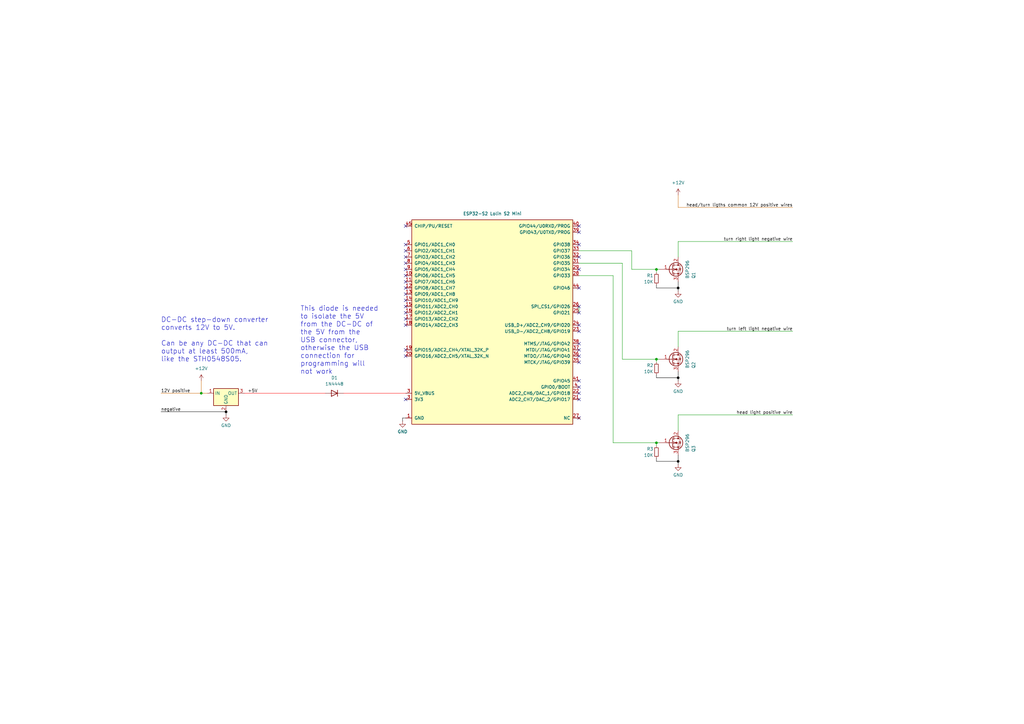
<source format=kicad_sch>
(kicad_sch (version 20230121) (generator eeschema)
  (paper "A3")
  (lib_symbols
    (symbol "Converter_DCDC:OKI-78SR-3.3_1.5-W36-C"
      (property "Reference" "U" (at -3.81 3.175 0))
      (property "Value" "OKI-78SR-3.3_1.5-W36-C" (at 0 3.175 0))
      (symbol "OKI-78SR-3.3_1.5-W36-C_0_1"
        (rectangle (start -5.08 1.905) (end 5.08 -5.08) (stroke (width 0.254)) (fill (type background)))
      )
      (symbol "OKI-78SR-3.3_1.5-W36-C_1_1"
        (pin power_in line (at -7.62 0 0) (length 2.54) (name "IN") (number "1"))
        (pin power_in line (at 0 -7.62 90) (length 2.54) (name "GND") (number "2"))
        (pin power_out line (at 7.62 0 180) (length 2.54) (name "OUT") (number "3"))
      )
    )
    (symbol "Device:R_Small" (pin_numbers hide) (pin_names (offset 0.254) hide)
      (property "Reference" "R" (at 0.762 0.508 0))
      (property "Value" "R_Small" (at 0.762 -1.016 0))
      (symbol "R_Small_0_1"
        (rectangle (start -0.762 1.778) (end 0.762 -1.778) (stroke (width 0.2032)))
      )
      (symbol "R_Small_1_1"
        (pin passive line (at 0 2.54 270) (length 0.762) (name "~") (number "1"))
        (pin passive line (at 0 -2.54 90) (length 0.762) (name "~") (number "2"))
      )
    )
    (symbol "Diode:1N4448" (pin_numbers hide) (pin_names hide)
      (property "Reference" "D" (at 0 2.54 0))
      (property "Value" "1N4448" (at 0 -2.54 0))
      (symbol "1N4448_0_1"
        (polyline (pts (xy -1.27 1.27) (xy -1.27 -1.27)) (stroke (width 0.254)))
        (polyline (pts (xy 1.27 0) (xy -1.27 0)))
        (polyline (pts (xy 1.27 1.27) (xy 1.27 -1.27) (xy -1.27 0) (xy 1.27 1.27)) (stroke (width 0.254)))
      )
      (symbol "1N4448_1_1"
        (pin passive line (at -3.81 0 0) (length 2.54) (name "K") (number "1"))
        (pin passive line (at 3.81 0 180) (length 2.54) (name "A") (number "2"))
      )
    )
    (symbol "Espressif:ESP32-S2-MINI-1" (pin_names (offset 1.016))
      (property "Reference" "U3" (at 0 50.8 0))
      (symbol "ESP32-S2-MINI-1_0_0"
        (pin power_in line (at -35.56 -35.56 0) (length 2.54) (name "GND") (number "1"))
        (pin passive line (at -35.56 -35.56 0) (length 2.54) hide (name "GND") (number "43"))
        (pin input line (at 35.56 17.78 180) (length 2.54) (name "GPIO46") (number "44"))
        (pin bidirectional line (at -35.56 43.18 0) (length 2.54) (name "CHIP/PU/RESET") (number "45"))
        (pin passive line (at -35.56 -35.56 0) (length 2.54) hide (name "GND") (number "46"))
        (pin passive line (at -35.56 -35.56 0) (length 2.54) hide (name "GND") (number "47"))
        (pin passive line (at -35.56 -35.56 0) (length 2.54) hide (name "GND") (number "48"))
        (pin passive line (at -35.56 -35.56 0) (length 2.54) hide (name "GND") (number "49"))
        (pin passive line (at -35.56 -35.56 0) (length 2.54) hide (name "GND") (number "50"))
        (pin passive line (at -35.56 -35.56 0) (length 2.54) hide (name "GND") (number "51"))
        (pin passive line (at -35.56 -35.56 0) (length 2.54) hide (name "GND") (number "52"))
        (pin passive line (at -35.56 -35.56 0) (length 2.54) hide (name "GND") (number "53"))
        (pin passive line (at -35.56 -35.56 0) (length 2.54) hide (name "GND") (number "54"))
        (pin passive line (at -35.56 -35.56 0) (length 2.54) hide (name "GND") (number "55"))
        (pin passive line (at -35.56 -35.56 0) (length 2.54) hide (name "GND") (number "56"))
        (pin passive line (at -35.56 -35.56 0) (length 2.54) hide (name "GND") (number "57"))
        (pin passive line (at -35.56 -35.56 0) (length 2.54) hide (name "GND") (number "58"))
        (pin passive line (at -35.56 -35.56 0) (length 2.54) hide (name "GND") (number "59"))
        (pin passive line (at -35.56 -35.56 0) (length 2.54) hide (name "GND") (number "60"))
        (pin passive line (at -35.56 -35.56 0) (length 2.54) hide (name "GND") (number "61"))
        (pin passive line (at -35.56 -35.56 0) (length 2.54) hide (name "GND") (number "62"))
        (pin passive line (at -35.56 -35.56 0) (length 2.54) hide (name "GND") (number "63"))
        (pin passive line (at -35.56 -35.56 0) (length 2.54) hide (name "GND") (number "64"))
        (pin passive line (at -35.56 -35.56 0) (length 2.54) hide (name "GND") (number "65"))
      )
      (symbol "ESP32-S2-MINI-1_1_1"
        (rectangle (start -33.02 45.72) (end 33.02 -38.1) (stroke (width 0.254)) (fill (type background)))
        (pin bidirectional line (at -35.56 22.86 0) (length 2.54) (name "GPIO6/ADC1_CH5") (number "10"))
        (pin bidirectional line (at -35.56 20.32 0) (length 2.54) (name "GPIO7/ADC1_CH6") (number "11"))
        (pin bidirectional line (at -35.56 17.78 0) (length 2.54) (name "GPIO8/ADC1_CH7") (number "12"))
        (pin bidirectional line (at -35.56 15.24 0) (length 2.54) (name "GPIO9/ADC1_CH8") (number "13"))
        (pin bidirectional line (at -35.56 12.7 0) (length 2.54) (name "GPIO10/ADC1_CH9") (number "14"))
        (pin bidirectional line (at -35.56 10.16 0) (length 2.54) (name "GPIO11/ADC2_CH0") (number "15"))
        (pin bidirectional line (at -35.56 7.62 0) (length 2.54) (name "GPIO12/ADC2_CH1") (number "16"))
        (pin bidirectional line (at -35.56 5.08 0) (length 2.54) (name "GPIO13/ADC2_CH2") (number "17"))
        (pin bidirectional line (at -35.56 2.54 0) (length 2.54) (name "GPIO14/ADC2_CH3") (number "18"))
        (pin bidirectional line (at -35.56 -7.62 0) (length 2.54) (name "GPIO15/ADC2_CH4/XTAL_32K_P") (number "19"))
        (pin passive line (at -35.56 -35.56 0) (length 2.54) hide (name "GND") (number "2"))
        (pin bidirectional line (at -35.56 -10.16 0) (length 2.54) (name "GPIO16/ADC2_CH5/XTAL_32K_N") (number "20"))
        (pin bidirectional line (at 35.56 -27.94 180) (length 2.54) (name "ADC2_CH7/DAC_2/GPIO17") (number "21"))
        (pin bidirectional line (at 35.56 -25.4 180) (length 2.54) (name "ADC2_CH6/DAC_1/GPIO18") (number "22"))
        (pin bidirectional line (at 35.56 0 180) (length 2.54) (name "USB_D-/ADC2_CH8/GPIO19") (number "23"))
        (pin bidirectional line (at 35.56 2.54 180) (length 2.54) (name "USB_D+/ADC2_CH9/GPIO20") (number "24"))
        (pin bidirectional line (at 35.56 7.62 180) (length 2.54) (name "GPIO21") (number "25"))
        (pin bidirectional line (at 35.56 10.16 180) (length 2.54) (name "SPI_CS1/GPIO26") (number "26"))
        (pin no_connect line (at 35.56 -35.56 180) (length 2.54) (name "NC") (number "27"))
        (pin bidirectional line (at 35.56 22.86 180) (length 2.54) (name "GPIO33") (number "28"))
        (pin bidirectional line (at 35.56 25.4 180) (length 2.54) (name "GPIO34") (number "29"))
        (pin power_in line (at -35.56 -27.94 0) (length 2.54) (name "3V3") (number "3"))
        (pin power_in line (at -35.56 -25.4 0) (length 2.54) (name "5V_VBUS") (number "3"))
        (pin passive line (at -35.56 -35.56 0) (length 2.54) hide (name "GND") (number "30"))
        (pin bidirectional line (at 35.56 27.94 180) (length 2.54) (name "GPIO35") (number "31"))
        (pin bidirectional line (at 35.56 30.48 180) (length 2.54) (name "GPIO36") (number "32"))
        (pin bidirectional line (at 35.56 33.02 180) (length 2.54) (name "GPIO37") (number "33"))
        (pin bidirectional line (at 35.56 35.56 180) (length 2.54) (name "GPIO38") (number "34"))
        (pin bidirectional line (at 35.56 -12.7 180) (length 2.54) (name "MTCK/JTAG/GPIO39") (number "35"))
        (pin bidirectional line (at 35.56 -10.16 180) (length 2.54) (name "MTDO/JTAG/GPIO40") (number "36"))
        (pin bidirectional line (at 35.56 -7.62 180) (length 2.54) (name "MTDI/JTAG/GPIO41") (number "37"))
        (pin bidirectional line (at 35.56 -5.08 180) (length 2.54) (name "MTMS/JTAG/GPIO42") (number "38"))
        (pin bidirectional line (at 35.56 40.64 180) (length 2.54) (name "GPIO43/U0TXD/PROG") (number "39"))
        (pin bidirectional line (at 35.56 -22.86 180) (length 2.54) (name "GPIO0/BOOT") (number "4"))
        (pin bidirectional line (at 35.56 43.18 180) (length 2.54) (name "GPIO44/U0RXD/PROG") (number "40"))
        (pin bidirectional line (at 35.56 -20.32 180) (length 2.54) (name "GPIO45") (number "41"))
        (pin passive line (at -35.56 -35.56 0) (length 2.54) hide (name "GND") (number "42"))
        (pin bidirectional line (at -35.56 35.56 0) (length 2.54) (name "GPIO1/ADC1_CH0") (number "5"))
        (pin bidirectional line (at -35.56 33.02 0) (length 2.54) (name "GPIO2/ADC1_CH1") (number "6"))
        (pin bidirectional line (at -35.56 30.48 0) (length 2.54) (name "GPIO3/ADC1_CH2") (number "7"))
        (pin bidirectional line (at -35.56 27.94 0) (length 2.54) (name "GPIO4/ADC1_CH3") (number "8"))
        (pin bidirectional line (at -35.56 25.4 0) (length 2.54) (name "GPIO5/ADC1_CH4") (number "9"))
      )
    )
    (symbol "Transistor_FET:BSP129" (pin_names hide)
      (property "Reference" "Q" (at 5.08 1.905 0))
      (property "Value" "BSP129" (at 5.08 0 0))
      (symbol "BSP129_0_1"
        (polyline (pts (xy 0.254 0) (xy -2.54 0)))
        (polyline (pts (xy 0.254 1.905) (xy 0.254 -1.905)) (stroke (width 0.254)))
        (polyline (pts (xy 0.762 -1.27) (xy 0.762 -2.286)) (stroke (width 0.254)))
        (polyline (pts (xy 0.762 0.508) (xy 0.762 -0.508)) (stroke (width 0.254)))
        (polyline (pts (xy 0.762 2.286) (xy 0.762 1.27)) (stroke (width 0.254)))
        (polyline (pts (xy 2.54 2.54) (xy 2.54 1.778)))
        (polyline (pts (xy 2.54 -2.54) (xy 2.54 0) (xy 0.762 0)))
        (polyline (pts (xy 0.762 -1.778) (xy 3.302 -1.778) (xy 3.302 1.778) (xy 0.762 1.778)))
        (polyline (pts (xy 1.016 0) (xy 2.032 0.381) (xy 2.032 -0.381) (xy 1.016 0)) (fill (type outline)))
        (polyline (pts (xy 2.794 0.508) (xy 2.921 0.381) (xy 3.683 0.381) (xy 3.81 0.254)))
        (polyline (pts (xy 3.302 0.381) (xy 2.921 -0.254) (xy 3.683 -0.254) (xy 3.302 0.381)))
        (circle (center 1.651 0) (radius 2.794) (stroke (width 0.254)))
        (circle (center 2.54 -1.778) (radius 0.254) (fill (type outline)))
        (circle (center 2.54 1.778) (radius 0.254) (fill (type outline)))
      )
      (symbol "BSP129_1_1"
        (pin input line (at -5.08 0 0) (length 5.08) (name "G") (number "1"))
        (pin passive line (at 2.54 5.08 270) (length 2.54) (name "D") (number "2"))
        (pin passive line (at 2.54 -5.08 90) (length 2.54) (name "S") (number "3"))
      )
    )
    (symbol "power:+12V" (power) (pin_names (offset 0))
      (property "Value" "+12V" (at 0 3.556 0))
      (symbol "+12V_0_1"
        (polyline (pts (xy -0.762 1.27) (xy 0 2.54)))
        (polyline (pts (xy 0 0) (xy 0 2.54)))
        (polyline (pts (xy 0 2.54) (xy 0.762 1.27)))
      )
      (symbol "+12V_1_1"
        (pin power_in line (at 0 0 90) (length 0) hide (name "+12V") (number "1"))
      )
    )
    (symbol "power:GND" (power) (pin_names (offset 0))
      (property "Value" "GND" (at 0 -3.81 0))
      (symbol "GND_0_1"
        (polyline (pts (xy 0 0) (xy 0 -1.27) (xy 1.27 -1.27) (xy 0 -2.54) (xy -1.27 -1.27) (xy 0 -1.27)))
      )
      (symbol "GND_1_1"
        (pin power_in line (at 0 0 270) (length 0) hide (name "GND") (number "1"))
      )
    )
  )
  (junction (at 269.24 181.61))
  (junction (at 278.13 189.23) (color 0 0 0 1))
  (junction (at 278.13 118.11) (color 0 0 0 1))
  (junction (at 92.71 168.91) (color 0 0 0 1))
  (junction (at 278.13 154.94) (color 0 0 0 1))
  (junction (at 269.24 147.32))
  (junction (at 269.24 110.49))
  (junction (at 82.55 161.29))
  (no_connect (at 166.37 125.73))
  (no_connect (at 237.49 148.59))
  (no_connect (at 237.49 105.41))
  (no_connect (at 166.37 128.27))
  (no_connect (at 166.37 143.51))
  (no_connect (at 237.49 110.49))
  (no_connect (at 237.49 125.73))
  (no_connect (at 237.49 92.71))
  (no_connect (at 166.37 146.05))
  (no_connect (at 237.49 143.51))
  (no_connect (at 237.49 161.29))
  (no_connect (at 166.37 133.35))
  (no_connect (at 237.49 135.89))
  (no_connect (at 166.37 120.65))
  (no_connect (at 237.49 163.83))
  (no_connect (at 166.37 163.83))
  (no_connect (at 166.37 115.57))
  (no_connect (at 237.49 140.97))
  (no_connect (at 166.37 118.11))
  (no_connect (at 166.37 102.87))
  (no_connect (at 166.37 110.49))
  (no_connect (at 166.37 100.33))
  (no_connect (at 237.49 171.45))
  (no_connect (at 237.49 133.35))
  (no_connect (at 166.37 130.81))
  (no_connect (at 237.49 95.25))
  (no_connect (at 237.49 158.75))
  (no_connect (at 237.49 156.21))
  (no_connect (at 166.37 92.71))
  (no_connect (at 166.37 105.41))
  (no_connect (at 237.49 146.05))
  (no_connect (at 237.49 128.27))
  (no_connect (at 237.49 100.33))
  (no_connect (at 166.37 123.19))
  (no_connect (at 166.37 113.03))
  (no_connect (at 237.49 118.11))
  (no_connect (at 166.37 107.95))
  (wire (pts (xy 66.04 168.91) (xy 92.71 168.91)) (stroke (width 0) (color 0 0 0 1)))
  (wire (pts (xy 140.97 161.29) (xy 166.37 161.29)) (stroke (width 0) (color 255 0 0 1)))
  (wire (pts (xy 269.24 110.49) (xy 269.24 111.76)))
  (wire (pts (xy 269.24 147.32) (xy 269.24 148.59)))
  (wire (pts (xy 269.24 116.84) (xy 269.24 118.11)) (stroke (width 0) (color 0 0 0 1)))
  (wire (pts (xy 269.24 118.11) (xy 278.13 118.11)) (stroke (width 0) (color 0 0 0 1)))
  (wire (pts (xy 255.27 107.95) (xy 255.27 147.32)))
  (wire (pts (xy 255.27 107.95) (xy 237.49 107.95)))
  (wire (pts (xy 278.13 118.11) (xy 278.13 119.38)) (stroke (width 0) (color 0 0 0 1)))
  (wire (pts (xy 100.33 161.29) (xy 133.35 161.29)) (stroke (width 0) (color 255 0 0 1)))
  (wire (pts (xy 278.13 99.06) (xy 278.13 105.41)))
  (wire (pts (xy 85.09 161.29) (xy 82.55 161.29)) (stroke (width 0) (color 204 102 0 1)))
  (wire (pts (xy 251.46 181.61) (xy 269.24 181.61)))
  (wire (pts (xy 270.51 110.49) (xy 269.24 110.49)))
  (wire (pts (xy 66.04 161.29) (xy 82.55 161.29)) (stroke (width 0) (color 204 102 0 1)))
  (wire (pts (xy 278.13 80.01) (xy 278.13 85.09)) (stroke (width 0) (color 204 102 0 1)))
  (wire (pts (xy 278.13 135.89) (xy 278.13 142.24)))
  (wire (pts (xy 259.08 110.49) (xy 269.24 110.49)))
  (wire (pts (xy 237.49 128.27) (xy 237.49 125.73)))
  (wire (pts (xy 255.27 147.32) (xy 269.24 147.32)))
  (wire (pts (xy 92.71 168.91) (xy 92.71 170.18)) (stroke (width 0) (color 0 0 0 1)))
  (wire (pts (xy 269.24 187.96) (xy 269.24 189.23)) (stroke (width 0) (color 0 0 0 1)))
  (wire (pts (xy 278.13 135.89) (xy 325.12 135.89)))
  (wire (pts (xy 259.08 110.49) (xy 259.08 102.87)))
  (wire (pts (xy 278.13 154.94) (xy 278.13 156.21)) (stroke (width 0) (color 0 0 0 1)))
  (wire (pts (xy 278.13 170.18) (xy 278.13 176.53)))
  (wire (pts (xy 165.1 171.45) (xy 165.1 172.72)) (stroke (width 0) (color 0 0 0 1)))
  (wire (pts (xy 269.24 154.94) (xy 278.13 154.94)) (stroke (width 0) (color 0 0 0 1)))
  (wire (pts (xy 278.13 186.69) (xy 278.13 189.23)) (stroke (width 0) (color 0 0 0 1)))
  (wire (pts (xy 269.24 153.67) (xy 269.24 154.94)) (stroke (width 0) (color 0 0 0 1)))
  (wire (pts (xy 270.51 147.32) (xy 269.24 147.32)))
  (wire (pts (xy 270.51 181.61) (xy 269.24 181.61)))
  (wire (pts (xy 325.12 85.09) (xy 278.13 85.09)) (stroke (width 0) (color 204 102 0 1)))
  (wire (pts (xy 278.13 152.4) (xy 278.13 154.94)) (stroke (width 0) (color 0 0 0 1)))
  (wire (pts (xy 278.13 99.06) (xy 325.12 99.06)))
  (wire (pts (xy 251.46 113.03) (xy 251.46 181.61)))
  (wire (pts (xy 259.08 102.87) (xy 237.49 102.87)))
  (wire (pts (xy 278.13 170.18) (xy 325.12 170.18)))
  (wire (pts (xy 269.24 189.23) (xy 278.13 189.23)) (stroke (width 0) (color 0 0 0 1)))
  (wire (pts (xy 82.55 161.29) (xy 82.55 156.21)) (stroke (width 0) (color 204 102 0 1)))
  (wire (pts (xy 278.13 189.23) (xy 278.13 190.5)) (stroke (width 0) (color 0 0 0 1)))
  (wire (pts (xy 165.1 171.45) (xy 166.37 171.45)) (stroke (width 0) (color 0 0 0 1)))
  (wire (pts (xy 269.24 181.61) (xy 269.24 182.88)))
  (wire (pts (xy 251.46 113.03) (xy 237.49 113.03)))
  (wire (pts (xy 278.13 115.57) (xy 278.13 118.11)) (stroke (width 0) (color 0 0 0 1)))
  (text "DC-DC step-down converter\nconverts 12V to 5V.\n\nCan be any DC-DC that can\noutput at least 500mA,\nlike the STH0548S05." (at 66.04 148.59 0) (effects (font (size 2.0066 2.0066)) (justify left bottom)))
  (text "This diode is needed\nto isolate the 5V\nfrom the DC-DC of\nthe 5V from the\nUSB connector,\notherwise the USB\nconnection for\nprogramming will\nnot work" (at 123.19 153.67 0) (effects (font (size 2.0066 2.0066)) (justify left bottom)))
  (label "head light positive wire" (at 325.12 170.18 180))
  (label "turn left light negative wire" (at 325.12 135.89 180))
  (label "head{slash}turn ligths common 12V positive wires" (at 325.12 85.09 180))
  (label "12V positive" (at 66.04 161.29 0))
  (label "negative" (at 66.04 168.91 0))
  (label "turn right light negative wire" (at 325.12 99.06 180))
  (label "+5V" (at 101.6 161.29 0))
  (symbol (lib_id "Device:R_Small") (at 269.24 114.3 0) (mirror x) (unit 1)
    (property "Reference" "R1" (at 267.97 113.03 0) (effects (justify right)))
    (property "Value" "10K" (at 267.97 115.57 0) (effects (justify right)))
  )
  (symbol (lib_id "power:GND") (at 92.71 170.18 0) (unit 1)
    (property "Reference" "#PWR05" (effects hide))
    (property "Value" "GND" (at 92.71 174.498 0))
  )
  (symbol (lib_id "Transistor_FET:BSP129") (at 275.59 110.49 0) (unit 1)
    (property "Reference" "Q1" (at 284.48 114.3 90) (effects (justify left)))
    (property "Value" "BSP296" (at 281.94 114.3 90) (effects (justify left)))
    (property "Footprint" "Package_TO_SOT_SMD:SOT-223-3_TabPin2" (effects hide))
    (property "Datasheet" "https://www.infineon.com/dgdl/Infineon-BSP129-DS-v01_42-en.pdf?fileId=db3a30433c1a8752013c1fc296d2395f" (effects hide))
  )
  (symbol (lib_id "Transistor_FET:BSP129") (at 275.59 147.32 0) (unit 1)
    (property "Reference" "Q2" (at 284.48 151.13 90) (effects (justify left)))
    (property "Value" "BSP296" (at 281.94 151.13 90) (effects (justify left)))
    (property "Footprint" "Package_TO_SOT_SMD:SOT-223-3_TabPin2" (effects hide))
    (property "Datasheet" "https://www.infineon.com/dgdl/Infineon-BSP129-DS-v01_42-en.pdf?fileId=db3a30433c1a8752013c1fc296d2395f" (effects hide))
  )
  (symbol (lib_id "power:GND") (at 278.13 156.21 0) (unit 1)
    (property "Reference" "#PWR04" (effects hide))
    (property "Value" "GND" (at 278.13 160.528 0))
  )
  (symbol (lib_id "Transistor_FET:BSP129") (at 275.59 181.61 0) (unit 1)
    (property "Reference" "Q3" (at 284.48 185.42 90) (effects (justify left)))
    (property "Value" "BSP296" (at 281.94 185.42 90) (effects (justify left)))
    (property "Footprint" "Package_TO_SOT_SMD:SOT-223-3_TabPin2" (effects hide))
    (property "Datasheet" "https://www.infineon.com/dgdl/Infineon-BSP129-DS-v01_42-en.pdf?fileId=db3a30433c1a8752013c1fc296d2395f" (effects hide))
  )
  (symbol (lib_id "Device:R_Small") (at 269.24 151.13 0) (mirror x) (unit 1)
    (property "Reference" "R2" (at 267.97 149.86 0) (effects (justify right)))
    (property "Value" "10K" (at 267.97 152.4 0) (effects (justify right)))
  )
  (symbol (lib_id "power:GND") (at 278.13 119.38 0) (unit 1)
    (property "Reference" "#PWR02" (effects hide))
    (property "Value" "GND" (at 278.13 123.698 0))
  )
  (symbol (lib_id "power:+12V") (at 82.55 156.21 0) (mirror y) (unit 1)
    (property "Reference" "#PWR03" (effects hide))
    (property "Value" "+12V" (at 82.55 151.13 0))
  )
  (symbol (lib_id "power:+12V") (at 278.13 80.01 0) (mirror y) (unit 1)
    (property "Reference" "#PWR01" (effects hide))
    (property "Value" "+12V" (at 278.13 74.93 0))
  )
  (symbol (lib_id "Converter_DCDC:OKI-78SR-3.3_1.5-W36-C") (at 92.71 161.29 0) (unit 1)
    (property "Reference" "U2" (effects hide))
    (property "Value" "Step-down converter  to 3.3V" (effects hide))
    (property "Footprint" "Converter_DCDC:Converter_DCDC_Murata_OKI-78SR_Vertical" (effects hide))
    (property "Datasheet" "https://power.murata.com/data/power/oki-78sr.pdf" (effects hide))
  )
  (symbol (lib_id "Device:R_Small") (at 269.24 185.42 0) (mirror x) (unit 1)
    (property "Reference" "R3" (at 267.97 184.15 0) (effects (justify right)))
    (property "Value" "10K" (at 267.97 186.69 0) (effects (justify right)))
  )
  (symbol (lib_id "power:GND") (at 165.1 172.72 0) (mirror y) (unit 1)
    (property "Reference" "#PWR06" (effects hide))
    (property "Value" "GND" (at 165.1 177.038 0))
  )
  (symbol (lib_id "power:GND") (at 278.13 190.5 0) (unit 1)
    (property "Reference" "#PWR07" (effects hide))
    (property "Value" "GND" (at 278.13 194.818 0))
  )
  (symbol (lib_id "Espressif:ESP32-S2-MINI-1") (at 201.93 135.89 0) (unit 1)
    (property "Reference" "U1" (effects hide))
    (property "Value" "ESP32-S2 Lolin S2 Mini" (at 201.93 87.63 0))
    (property "Footprint" "Espressif:ESP32-S2-MINI-1" (effects hide))
    (property "Datasheet" "https://www.espressif.com/sites/default/files/documentation/esp32-s2-mini-1_esp32-s2-mini-1u_datasheet_en.pdf" (effects hide))
  )
  (symbol (lib_id "Diode:1N4448") (at 137.16 161.29 180) (unit 1)
    (property "Reference" "D1" (at 137.16 154.94 0))
    (property "Value" "1N4448" (at 137.16 157.48 0))
    (property "Footprint" "Diode_THT:D_DO-35_SOD27_P7.62mm_Horizontal" (effects hide))
    (property "Datasheet" "https://assets.nexperia.com/documents/data-sheet/1N4148_1N4448.pdf" (effects hide))
    (property "Sim.Device" "D" (effects hide))
    (property "Sim.Pins" "1=K 2=A" (effects hide))
  )
)
</source>
